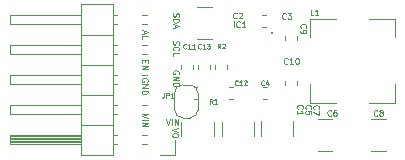
<source format=gbr>
G04 #@! TF.GenerationSoftware,KiCad,Pcbnew,(5.99.0-6495-g15369915cc)*
G04 #@! TF.CreationDate,2020-10-24T17:34:59+02:00*
G04 #@! TF.ProjectId,EVAL-MP8862,4556414c-2d4d-4503-9838-36322e6b6963,1B*
G04 #@! TF.SameCoordinates,Original*
G04 #@! TF.FileFunction,Legend,Top*
G04 #@! TF.FilePolarity,Positive*
%FSLAX46Y46*%
G04 Gerber Fmt 4.6, Leading zero omitted, Abs format (unit mm)*
G04 Created by KiCad (PCBNEW (5.99.0-6495-g15369915cc)) date 2020-10-24 17:34:59*
%MOMM*%
%LPD*%
G01*
G04 APERTURE LIST*
%ADD10C,0.125000*%
%ADD11C,0.100000*%
%ADD12C,0.120000*%
%ADD13C,0.200000*%
G04 APERTURE END LIST*
D10*
X101600000Y-94419047D02*
X101623809Y-94371428D01*
X101623809Y-94300000D01*
X101600000Y-94228571D01*
X101552380Y-94180952D01*
X101504761Y-94157142D01*
X101409523Y-94133333D01*
X101338095Y-94133333D01*
X101242857Y-94157142D01*
X101195238Y-94180952D01*
X101147619Y-94228571D01*
X101123809Y-94300000D01*
X101123809Y-94347619D01*
X101147619Y-94419047D01*
X101171428Y-94442857D01*
X101338095Y-94442857D01*
X101338095Y-94347619D01*
X101123809Y-94657142D02*
X101623809Y-94657142D01*
X101123809Y-94942857D01*
X101623809Y-94942857D01*
X101123809Y-95180952D02*
X101623809Y-95180952D01*
X101623809Y-95300000D01*
X101600000Y-95371428D01*
X101552380Y-95419047D01*
X101504761Y-95442857D01*
X101409523Y-95466666D01*
X101338095Y-95466666D01*
X101242857Y-95442857D01*
X101195238Y-95419047D01*
X101147619Y-95371428D01*
X101123809Y-95300000D01*
X101123809Y-95180952D01*
X101147619Y-89292857D02*
X101123809Y-89364285D01*
X101123809Y-89483333D01*
X101147619Y-89530952D01*
X101171428Y-89554761D01*
X101219047Y-89578571D01*
X101266666Y-89578571D01*
X101314285Y-89554761D01*
X101338095Y-89530952D01*
X101361904Y-89483333D01*
X101385714Y-89388095D01*
X101409523Y-89340476D01*
X101433333Y-89316666D01*
X101480952Y-89292857D01*
X101528571Y-89292857D01*
X101576190Y-89316666D01*
X101600000Y-89340476D01*
X101623809Y-89388095D01*
X101623809Y-89507142D01*
X101600000Y-89578571D01*
X101123809Y-89792857D02*
X101623809Y-89792857D01*
X101623809Y-89911904D01*
X101600000Y-89983333D01*
X101552380Y-90030952D01*
X101504761Y-90054761D01*
X101409523Y-90078571D01*
X101338095Y-90078571D01*
X101242857Y-90054761D01*
X101195238Y-90030952D01*
X101147619Y-89983333D01*
X101123809Y-89911904D01*
X101123809Y-89792857D01*
X101266666Y-90269047D02*
X101266666Y-90507142D01*
X101123809Y-90221428D02*
X101623809Y-90388095D01*
X101123809Y-90554761D01*
X101147619Y-91654761D02*
X101123809Y-91726190D01*
X101123809Y-91845238D01*
X101147619Y-91892857D01*
X101171428Y-91916666D01*
X101219047Y-91940476D01*
X101266666Y-91940476D01*
X101314285Y-91916666D01*
X101338095Y-91892857D01*
X101361904Y-91845238D01*
X101385714Y-91750000D01*
X101409523Y-91702380D01*
X101433333Y-91678571D01*
X101480952Y-91654761D01*
X101528571Y-91654761D01*
X101576190Y-91678571D01*
X101600000Y-91702380D01*
X101623809Y-91750000D01*
X101623809Y-91869047D01*
X101600000Y-91940476D01*
X101171428Y-92440476D02*
X101147619Y-92416666D01*
X101123809Y-92345238D01*
X101123809Y-92297619D01*
X101147619Y-92226190D01*
X101195238Y-92178571D01*
X101242857Y-92154761D01*
X101338095Y-92130952D01*
X101409523Y-92130952D01*
X101504761Y-92154761D01*
X101552380Y-92178571D01*
X101600000Y-92226190D01*
X101623809Y-92297619D01*
X101623809Y-92345238D01*
X101600000Y-92416666D01*
X101576190Y-92440476D01*
X101123809Y-92892857D02*
X101123809Y-92654761D01*
X101623809Y-92654761D01*
X98973809Y-97802380D02*
X98473809Y-97969047D01*
X98973809Y-98135714D01*
X98473809Y-98302380D02*
X98973809Y-98302380D01*
X98473809Y-98540476D02*
X98973809Y-98540476D01*
X98473809Y-98826190D01*
X98973809Y-98826190D01*
X101573809Y-98971428D02*
X101073809Y-99138095D01*
X101573809Y-99304761D01*
X101573809Y-99566666D02*
X101573809Y-99661904D01*
X101550000Y-99709523D01*
X101502380Y-99757142D01*
X101407142Y-99780952D01*
X101240476Y-99780952D01*
X101145238Y-99757142D01*
X101097619Y-99709523D01*
X101073809Y-99661904D01*
X101073809Y-99566666D01*
X101097619Y-99519047D01*
X101145238Y-99471428D01*
X101240476Y-99447619D01*
X101407142Y-99447619D01*
X101502380Y-99471428D01*
X101550000Y-99519047D01*
X101573809Y-99566666D01*
X98735714Y-93280952D02*
X98735714Y-93447619D01*
X98473809Y-93519047D02*
X98473809Y-93280952D01*
X98973809Y-93280952D01*
X98973809Y-93519047D01*
X98473809Y-93733333D02*
X98973809Y-93733333D01*
X98473809Y-94019047D01*
X98973809Y-94019047D01*
X98950000Y-95069047D02*
X98973809Y-95021428D01*
X98973809Y-94950000D01*
X98950000Y-94878571D01*
X98902380Y-94830952D01*
X98854761Y-94807142D01*
X98759523Y-94783333D01*
X98688095Y-94783333D01*
X98592857Y-94807142D01*
X98545238Y-94830952D01*
X98497619Y-94878571D01*
X98473809Y-94950000D01*
X98473809Y-94997619D01*
X98497619Y-95069047D01*
X98521428Y-95092857D01*
X98688095Y-95092857D01*
X98688095Y-94997619D01*
X98473809Y-95307142D02*
X98973809Y-95307142D01*
X98473809Y-95592857D01*
X98973809Y-95592857D01*
X98473809Y-95830952D02*
X98973809Y-95830952D01*
X98973809Y-95950000D01*
X98950000Y-96021428D01*
X98902380Y-96069047D01*
X98854761Y-96092857D01*
X98759523Y-96116666D01*
X98688095Y-96116666D01*
X98592857Y-96092857D01*
X98545238Y-96069047D01*
X98497619Y-96021428D01*
X98473809Y-95950000D01*
X98473809Y-95830952D01*
X100552380Y-98276190D02*
X100719047Y-98776190D01*
X100885714Y-98276190D01*
X101052380Y-98776190D02*
X101052380Y-98276190D01*
X101290476Y-98776190D02*
X101290476Y-98276190D01*
X101576190Y-98776190D01*
X101576190Y-98276190D01*
X98666666Y-90778571D02*
X98666666Y-91016666D01*
X98523809Y-90730952D02*
X99023809Y-90897619D01*
X98523809Y-91064285D01*
X98523809Y-91469047D02*
X98523809Y-91230952D01*
X99023809Y-91230952D01*
D11*
X105133333Y-92263452D02*
X105000000Y-92072976D01*
X104904761Y-92263452D02*
X104904761Y-91863452D01*
X105057142Y-91863452D01*
X105095238Y-91882500D01*
X105114285Y-91901547D01*
X105133333Y-91939642D01*
X105133333Y-91996785D01*
X105114285Y-92034880D01*
X105095238Y-92053928D01*
X105057142Y-92072976D01*
X104904761Y-92072976D01*
X105285714Y-91901547D02*
X105304761Y-91882500D01*
X105342857Y-91863452D01*
X105438095Y-91863452D01*
X105476190Y-91882500D01*
X105495238Y-91901547D01*
X105514285Y-91939642D01*
X105514285Y-91977738D01*
X105495238Y-92034880D01*
X105266666Y-92263452D01*
X105514285Y-92263452D01*
D10*
X111681428Y-97366666D02*
X111657619Y-97342857D01*
X111633809Y-97271428D01*
X111633809Y-97223809D01*
X111657619Y-97152380D01*
X111705238Y-97104761D01*
X111752857Y-97080952D01*
X111848095Y-97057142D01*
X111919523Y-97057142D01*
X112014761Y-97080952D01*
X112062380Y-97104761D01*
X112110000Y-97152380D01*
X112133809Y-97223809D01*
X112133809Y-97271428D01*
X112110000Y-97342857D01*
X112086190Y-97366666D01*
X111633809Y-97842857D02*
X111633809Y-97557142D01*
X111633809Y-97700000D02*
X112133809Y-97700000D01*
X112062380Y-97652380D01*
X112014761Y-97604761D01*
X111990952Y-97557142D01*
D11*
X108833333Y-95342857D02*
X108814285Y-95361904D01*
X108757142Y-95380952D01*
X108719047Y-95380952D01*
X108661904Y-95361904D01*
X108623809Y-95323809D01*
X108604761Y-95285714D01*
X108585714Y-95209523D01*
X108585714Y-95152380D01*
X108604761Y-95076190D01*
X108623809Y-95038095D01*
X108661904Y-95000000D01*
X108719047Y-94980952D01*
X108757142Y-94980952D01*
X108814285Y-95000000D01*
X108833333Y-95019047D01*
X109176190Y-95114285D02*
X109176190Y-95380952D01*
X109080952Y-94961904D02*
X108985714Y-95247619D01*
X109233333Y-95247619D01*
D10*
X112381428Y-97366666D02*
X112357619Y-97342857D01*
X112333809Y-97271428D01*
X112333809Y-97223809D01*
X112357619Y-97152380D01*
X112405238Y-97104761D01*
X112452857Y-97080952D01*
X112548095Y-97057142D01*
X112619523Y-97057142D01*
X112714761Y-97080952D01*
X112762380Y-97104761D01*
X112810000Y-97152380D01*
X112833809Y-97223809D01*
X112833809Y-97271428D01*
X112810000Y-97342857D01*
X112786190Y-97366666D01*
X112833809Y-97819047D02*
X112833809Y-97580952D01*
X112595714Y-97557142D01*
X112619523Y-97580952D01*
X112643333Y-97628571D01*
X112643333Y-97747619D01*
X112619523Y-97795238D01*
X112595714Y-97819047D01*
X112548095Y-97842857D01*
X112429047Y-97842857D01*
X112381428Y-97819047D01*
X112357619Y-97795238D01*
X112333809Y-97747619D01*
X112333809Y-97628571D01*
X112357619Y-97580952D01*
X112381428Y-97557142D01*
X114516666Y-97928571D02*
X114492857Y-97952380D01*
X114421428Y-97976190D01*
X114373809Y-97976190D01*
X114302380Y-97952380D01*
X114254761Y-97904761D01*
X114230952Y-97857142D01*
X114207142Y-97761904D01*
X114207142Y-97690476D01*
X114230952Y-97595238D01*
X114254761Y-97547619D01*
X114302380Y-97500000D01*
X114373809Y-97476190D01*
X114421428Y-97476190D01*
X114492857Y-97500000D01*
X114516666Y-97523809D01*
X114945238Y-97476190D02*
X114850000Y-97476190D01*
X114802380Y-97500000D01*
X114778571Y-97523809D01*
X114730952Y-97595238D01*
X114707142Y-97690476D01*
X114707142Y-97880952D01*
X114730952Y-97928571D01*
X114754761Y-97952380D01*
X114802380Y-97976190D01*
X114897619Y-97976190D01*
X114945238Y-97952380D01*
X114969047Y-97928571D01*
X114992857Y-97880952D01*
X114992857Y-97761904D01*
X114969047Y-97714285D01*
X114945238Y-97690476D01*
X114897619Y-97666666D01*
X114802380Y-97666666D01*
X114754761Y-97690476D01*
X114730952Y-97714285D01*
X114707142Y-97761904D01*
X113071428Y-97386666D02*
X113047619Y-97362857D01*
X113023809Y-97291428D01*
X113023809Y-97243809D01*
X113047619Y-97172380D01*
X113095238Y-97124761D01*
X113142857Y-97100952D01*
X113238095Y-97077142D01*
X113309523Y-97077142D01*
X113404761Y-97100952D01*
X113452380Y-97124761D01*
X113500000Y-97172380D01*
X113523809Y-97243809D01*
X113523809Y-97291428D01*
X113500000Y-97362857D01*
X113476190Y-97386666D01*
X113523809Y-97553333D02*
X113523809Y-97886666D01*
X113023809Y-97672380D01*
X118416666Y-97928571D02*
X118392857Y-97952380D01*
X118321428Y-97976190D01*
X118273809Y-97976190D01*
X118202380Y-97952380D01*
X118154761Y-97904761D01*
X118130952Y-97857142D01*
X118107142Y-97761904D01*
X118107142Y-97690476D01*
X118130952Y-97595238D01*
X118154761Y-97547619D01*
X118202380Y-97500000D01*
X118273809Y-97476190D01*
X118321428Y-97476190D01*
X118392857Y-97500000D01*
X118416666Y-97523809D01*
X118702380Y-97690476D02*
X118654761Y-97666666D01*
X118630952Y-97642857D01*
X118607142Y-97595238D01*
X118607142Y-97571428D01*
X118630952Y-97523809D01*
X118654761Y-97500000D01*
X118702380Y-97476190D01*
X118797619Y-97476190D01*
X118845238Y-97500000D01*
X118869047Y-97523809D01*
X118892857Y-97571428D01*
X118892857Y-97595238D01*
X118869047Y-97642857D01*
X118845238Y-97666666D01*
X118797619Y-97690476D01*
X118702380Y-97690476D01*
X118654761Y-97714285D01*
X118630952Y-97738095D01*
X118607142Y-97785714D01*
X118607142Y-97880952D01*
X118630952Y-97928571D01*
X118654761Y-97952380D01*
X118702380Y-97976190D01*
X118797619Y-97976190D01*
X118845238Y-97952380D01*
X118869047Y-97928571D01*
X118892857Y-97880952D01*
X118892857Y-97785714D01*
X118869047Y-97738095D01*
X118845238Y-97714285D01*
X118797619Y-97690476D01*
D11*
X102242857Y-92242857D02*
X102223809Y-92261904D01*
X102166666Y-92280952D01*
X102128571Y-92280952D01*
X102071428Y-92261904D01*
X102033333Y-92223809D01*
X102014285Y-92185714D01*
X101995238Y-92109523D01*
X101995238Y-92052380D01*
X102014285Y-91976190D01*
X102033333Y-91938095D01*
X102071428Y-91900000D01*
X102128571Y-91880952D01*
X102166666Y-91880952D01*
X102223809Y-91900000D01*
X102242857Y-91919047D01*
X102623809Y-92280952D02*
X102395238Y-92280952D01*
X102509523Y-92280952D02*
X102509523Y-91880952D01*
X102471428Y-91938095D01*
X102433333Y-91976190D01*
X102395238Y-91995238D01*
X103004761Y-92280952D02*
X102776190Y-92280952D01*
X102890476Y-92280952D02*
X102890476Y-91880952D01*
X102852380Y-91938095D01*
X102814285Y-91976190D01*
X102776190Y-91995238D01*
X103492857Y-92242857D02*
X103473809Y-92261904D01*
X103416666Y-92280952D01*
X103378571Y-92280952D01*
X103321428Y-92261904D01*
X103283333Y-92223809D01*
X103264285Y-92185714D01*
X103245238Y-92109523D01*
X103245238Y-92052380D01*
X103264285Y-91976190D01*
X103283333Y-91938095D01*
X103321428Y-91900000D01*
X103378571Y-91880952D01*
X103416666Y-91880952D01*
X103473809Y-91900000D01*
X103492857Y-91919047D01*
X103873809Y-92280952D02*
X103645238Y-92280952D01*
X103759523Y-92280952D02*
X103759523Y-91880952D01*
X103721428Y-91938095D01*
X103683333Y-91976190D01*
X103645238Y-91995238D01*
X104007142Y-91880952D02*
X104254761Y-91880952D01*
X104121428Y-92033333D01*
X104178571Y-92033333D01*
X104216666Y-92052380D01*
X104235714Y-92071428D01*
X104254761Y-92109523D01*
X104254761Y-92204761D01*
X104235714Y-92242857D01*
X104216666Y-92261904D01*
X104178571Y-92280952D01*
X104064285Y-92280952D01*
X104026190Y-92261904D01*
X104007142Y-92242857D01*
X104483333Y-96930952D02*
X104350000Y-96740476D01*
X104254761Y-96930952D02*
X104254761Y-96530952D01*
X104407142Y-96530952D01*
X104445238Y-96550000D01*
X104464285Y-96569047D01*
X104483333Y-96607142D01*
X104483333Y-96664285D01*
X104464285Y-96702380D01*
X104445238Y-96721428D01*
X104407142Y-96740476D01*
X104254761Y-96740476D01*
X104864285Y-96930952D02*
X104635714Y-96930952D01*
X104750000Y-96930952D02*
X104750000Y-96530952D01*
X104711904Y-96588095D01*
X104673809Y-96626190D01*
X104635714Y-96645238D01*
D10*
X106261904Y-90476190D02*
X106261904Y-89976190D01*
X106785714Y-90428571D02*
X106761904Y-90452380D01*
X106690476Y-90476190D01*
X106642857Y-90476190D01*
X106571428Y-90452380D01*
X106523809Y-90404761D01*
X106500000Y-90357142D01*
X106476190Y-90261904D01*
X106476190Y-90190476D01*
X106500000Y-90095238D01*
X106523809Y-90047619D01*
X106571428Y-90000000D01*
X106642857Y-89976190D01*
X106690476Y-89976190D01*
X106761904Y-90000000D01*
X106785714Y-90023809D01*
X107261904Y-90476190D02*
X106976190Y-90476190D01*
X107119047Y-90476190D02*
X107119047Y-89976190D01*
X107071428Y-90047619D01*
X107023809Y-90095238D01*
X106976190Y-90119047D01*
X110666666Y-89728571D02*
X110642857Y-89752380D01*
X110571428Y-89776190D01*
X110523809Y-89776190D01*
X110452380Y-89752380D01*
X110404761Y-89704761D01*
X110380952Y-89657142D01*
X110357142Y-89561904D01*
X110357142Y-89490476D01*
X110380952Y-89395238D01*
X110404761Y-89347619D01*
X110452380Y-89300000D01*
X110523809Y-89276190D01*
X110571428Y-89276190D01*
X110642857Y-89300000D01*
X110666666Y-89323809D01*
X110833333Y-89276190D02*
X111142857Y-89276190D01*
X110976190Y-89466666D01*
X111047619Y-89466666D01*
X111095238Y-89490476D01*
X111119047Y-89514285D01*
X111142857Y-89561904D01*
X111142857Y-89680952D01*
X111119047Y-89728571D01*
X111095238Y-89752380D01*
X111047619Y-89776190D01*
X110904761Y-89776190D01*
X110857142Y-89752380D01*
X110833333Y-89728571D01*
X113016666Y-89476190D02*
X112778571Y-89476190D01*
X112778571Y-88976190D01*
X113445238Y-89476190D02*
X113159523Y-89476190D01*
X113302380Y-89476190D02*
X113302380Y-88976190D01*
X113254761Y-89047619D01*
X113207142Y-89095238D01*
X113159523Y-89119047D01*
X110828571Y-93528571D02*
X110804761Y-93552380D01*
X110733333Y-93576190D01*
X110685714Y-93576190D01*
X110614285Y-93552380D01*
X110566666Y-93504761D01*
X110542857Y-93457142D01*
X110519047Y-93361904D01*
X110519047Y-93290476D01*
X110542857Y-93195238D01*
X110566666Y-93147619D01*
X110614285Y-93100000D01*
X110685714Y-93076190D01*
X110733333Y-93076190D01*
X110804761Y-93100000D01*
X110828571Y-93123809D01*
X111304761Y-93576190D02*
X111019047Y-93576190D01*
X111161904Y-93576190D02*
X111161904Y-93076190D01*
X111114285Y-93147619D01*
X111066666Y-93195238D01*
X111019047Y-93219047D01*
X111614285Y-93076190D02*
X111661904Y-93076190D01*
X111709523Y-93100000D01*
X111733333Y-93123809D01*
X111757142Y-93171428D01*
X111780952Y-93266666D01*
X111780952Y-93385714D01*
X111757142Y-93480952D01*
X111733333Y-93528571D01*
X111709523Y-93552380D01*
X111661904Y-93576190D01*
X111614285Y-93576190D01*
X111566666Y-93552380D01*
X111542857Y-93528571D01*
X111519047Y-93480952D01*
X111495238Y-93385714D01*
X111495238Y-93266666D01*
X111519047Y-93171428D01*
X111542857Y-93123809D01*
X111566666Y-93100000D01*
X111614285Y-93076190D01*
X106516666Y-89678571D02*
X106492857Y-89702380D01*
X106421428Y-89726190D01*
X106373809Y-89726190D01*
X106302380Y-89702380D01*
X106254761Y-89654761D01*
X106230952Y-89607142D01*
X106207142Y-89511904D01*
X106207142Y-89440476D01*
X106230952Y-89345238D01*
X106254761Y-89297619D01*
X106302380Y-89250000D01*
X106373809Y-89226190D01*
X106421428Y-89226190D01*
X106492857Y-89250000D01*
X106516666Y-89273809D01*
X106707142Y-89273809D02*
X106730952Y-89250000D01*
X106778571Y-89226190D01*
X106897619Y-89226190D01*
X106945238Y-89250000D01*
X106969047Y-89273809D01*
X106992857Y-89321428D01*
X106992857Y-89369047D01*
X106969047Y-89440476D01*
X106683333Y-89726190D01*
X106992857Y-89726190D01*
X111971428Y-90516666D02*
X111947619Y-90492857D01*
X111923809Y-90421428D01*
X111923809Y-90373809D01*
X111947619Y-90302380D01*
X111995238Y-90254761D01*
X112042857Y-90230952D01*
X112138095Y-90207142D01*
X112209523Y-90207142D01*
X112304761Y-90230952D01*
X112352380Y-90254761D01*
X112400000Y-90302380D01*
X112423809Y-90373809D01*
X112423809Y-90421428D01*
X112400000Y-90492857D01*
X112376190Y-90516666D01*
X111923809Y-90754761D02*
X111923809Y-90850000D01*
X111947619Y-90897619D01*
X111971428Y-90921428D01*
X112042857Y-90969047D01*
X112138095Y-90992857D01*
X112328571Y-90992857D01*
X112376190Y-90969047D01*
X112400000Y-90945238D01*
X112423809Y-90897619D01*
X112423809Y-90802380D01*
X112400000Y-90754761D01*
X112376190Y-90730952D01*
X112328571Y-90707142D01*
X112209523Y-90707142D01*
X112161904Y-90730952D01*
X112138095Y-90754761D01*
X112114285Y-90802380D01*
X112114285Y-90897619D01*
X112138095Y-90945238D01*
X112161904Y-90969047D01*
X112209523Y-90992857D01*
D11*
X106592857Y-95342857D02*
X106573809Y-95361904D01*
X106516666Y-95380952D01*
X106478571Y-95380952D01*
X106421428Y-95361904D01*
X106383333Y-95323809D01*
X106364285Y-95285714D01*
X106345238Y-95209523D01*
X106345238Y-95152380D01*
X106364285Y-95076190D01*
X106383333Y-95038095D01*
X106421428Y-95000000D01*
X106478571Y-94980952D01*
X106516666Y-94980952D01*
X106573809Y-95000000D01*
X106592857Y-95019047D01*
X106973809Y-95380952D02*
X106745238Y-95380952D01*
X106859523Y-95380952D02*
X106859523Y-94980952D01*
X106821428Y-95038095D01*
X106783333Y-95076190D01*
X106745238Y-95095238D01*
X107126190Y-95019047D02*
X107145238Y-95000000D01*
X107183333Y-94980952D01*
X107278571Y-94980952D01*
X107316666Y-95000000D01*
X107335714Y-95019047D01*
X107354761Y-95057142D01*
X107354761Y-95095238D01*
X107335714Y-95152380D01*
X107107142Y-95380952D01*
X107354761Y-95380952D01*
X100366666Y-96030952D02*
X100366666Y-96316666D01*
X100347619Y-96373809D01*
X100309523Y-96411904D01*
X100252380Y-96430952D01*
X100214285Y-96430952D01*
X100557142Y-96430952D02*
X100557142Y-96030952D01*
X100709523Y-96030952D01*
X100747619Y-96050000D01*
X100766666Y-96069047D01*
X100785714Y-96107142D01*
X100785714Y-96164285D01*
X100766666Y-96202380D01*
X100747619Y-96221428D01*
X100709523Y-96240476D01*
X100557142Y-96240476D01*
X101166666Y-96430952D02*
X100938095Y-96430952D01*
X101052380Y-96430952D02*
X101052380Y-96030952D01*
X101014285Y-96088095D01*
X100976190Y-96126190D01*
X100938095Y-96145238D01*
D12*
X105740000Y-93669721D02*
X105740000Y-93995279D01*
X104720000Y-93669721D02*
X104720000Y-93995279D01*
X101840000Y-98457936D02*
X101840000Y-99662064D01*
X104560000Y-98457936D02*
X104560000Y-99662064D01*
X109100279Y-96540000D02*
X108774721Y-96540000D01*
X109100279Y-95520000D02*
X108774721Y-95520000D01*
X108000000Y-99662064D02*
X108000000Y-98457936D01*
X105280000Y-99662064D02*
X105280000Y-98457936D01*
X114577064Y-100935000D02*
X113372936Y-100935000D01*
X114577064Y-98215000D02*
X113372936Y-98215000D01*
X108590000Y-98447936D02*
X108590000Y-99652064D01*
X111310000Y-98447936D02*
X111310000Y-99652064D01*
X117922936Y-100935000D02*
X119127064Y-100935000D01*
X117922936Y-98215000D02*
X119127064Y-98215000D01*
X101770000Y-93995279D02*
X101770000Y-93669721D01*
X102790000Y-93995279D02*
X102790000Y-93669721D01*
X104260000Y-93995279D02*
X104260000Y-93669721D01*
X103240000Y-93995279D02*
X103240000Y-93669721D01*
X103195279Y-96540000D02*
X102869721Y-96540000D01*
X103195279Y-95520000D02*
X102869721Y-95520000D01*
D13*
X109490000Y-90900000D02*
X109490000Y-90900000D01*
X109490000Y-91000000D02*
X109490000Y-91000000D01*
X109490000Y-90900000D02*
X109490000Y-90900000D01*
X109490000Y-91000000D02*
G75*
G02*
X109490000Y-90900000I0J50000D01*
G01*
X109490000Y-91000000D02*
G75*
G02*
X109490000Y-90900000I0J50000D01*
G01*
X109490000Y-90900000D02*
G75*
G02*
X109490000Y-91000000I0J-50000D01*
G01*
D12*
X108982779Y-90440000D02*
X108657221Y-90440000D01*
X108982779Y-89420000D02*
X108657221Y-89420000D01*
D11*
X112750000Y-95300000D02*
X112750000Y-96858000D01*
X119950000Y-89741000D02*
X117750000Y-89741000D01*
X112750000Y-96858000D02*
X114950000Y-96858000D01*
X112743000Y-91300000D02*
X112750000Y-89741000D01*
X119957000Y-96858000D02*
X119957000Y-95300000D01*
X119957000Y-91300000D02*
X119950000Y-89741000D01*
X117750000Y-96858000D02*
X119957000Y-96858000D01*
X112750000Y-89741000D02*
X114950000Y-89741000D01*
D12*
X110590000Y-95049721D02*
X110590000Y-95375279D01*
X111610000Y-95049721D02*
X111610000Y-95375279D01*
X104402064Y-88740000D02*
X103197936Y-88740000D01*
X104402064Y-91460000D02*
X103197936Y-91460000D01*
X110640000Y-91550279D02*
X110640000Y-91224721D01*
X111660000Y-91550279D02*
X111660000Y-91224721D01*
X93360000Y-99720000D02*
X87360000Y-99720000D01*
X96020000Y-88510000D02*
X93360000Y-88510000D01*
X87360000Y-92760000D02*
X87360000Y-92000000D01*
X96020000Y-98730000D02*
X93360000Y-98730000D01*
X93360000Y-92760000D02*
X87360000Y-92760000D01*
X98890000Y-99620000D02*
X98502929Y-99620000D01*
X96020000Y-91110000D02*
X93360000Y-91110000D01*
X93360000Y-99960000D02*
X87360000Y-99960000D01*
X96417071Y-99620000D02*
X96020000Y-99620000D01*
X93360000Y-97840000D02*
X87360000Y-97840000D01*
X98957071Y-97080000D02*
X98502929Y-97080000D01*
X96020000Y-93650000D02*
X93360000Y-93650000D01*
X87360000Y-97080000D02*
X93360000Y-97080000D01*
X87360000Y-95300000D02*
X87360000Y-94540000D01*
X98957071Y-92000000D02*
X98502929Y-92000000D01*
X101270000Y-100000000D02*
X101270000Y-101270000D01*
X93360000Y-95300000D02*
X87360000Y-95300000D01*
X96417071Y-92760000D02*
X96020000Y-92760000D01*
X87360000Y-92000000D02*
X93360000Y-92000000D01*
X96417071Y-95300000D02*
X96020000Y-95300000D01*
X93360000Y-90220000D02*
X87360000Y-90220000D01*
X93360000Y-88510000D02*
X93360000Y-101330000D01*
X96417071Y-90220000D02*
X96020000Y-90220000D01*
X101270000Y-101270000D02*
X100000000Y-101270000D01*
X98957071Y-95300000D02*
X98502929Y-95300000D01*
X93360000Y-99840000D02*
X87360000Y-99840000D01*
X96020000Y-96190000D02*
X93360000Y-96190000D01*
X87360000Y-90220000D02*
X87360000Y-89460000D01*
X87360000Y-94540000D02*
X93360000Y-94540000D01*
X96417071Y-97080000D02*
X96020000Y-97080000D01*
X96417071Y-100380000D02*
X96020000Y-100380000D01*
X93360000Y-100320000D02*
X87360000Y-100320000D01*
X93360000Y-101330000D02*
X96020000Y-101330000D01*
X87360000Y-100380000D02*
X87360000Y-99620000D01*
X93360000Y-100200000D02*
X87360000Y-100200000D01*
X98957071Y-89460000D02*
X98502929Y-89460000D01*
X98957071Y-94540000D02*
X98502929Y-94540000D01*
X93360000Y-100380000D02*
X87360000Y-100380000D01*
X96417071Y-94540000D02*
X96020000Y-94540000D01*
X98890000Y-100380000D02*
X98502929Y-100380000D01*
X87360000Y-89460000D02*
X93360000Y-89460000D01*
X87360000Y-99620000D02*
X93360000Y-99620000D01*
X98957071Y-97840000D02*
X98502929Y-97840000D01*
X96417071Y-92000000D02*
X96020000Y-92000000D01*
X98957071Y-90220000D02*
X98502929Y-90220000D01*
X98957071Y-92760000D02*
X98502929Y-92760000D01*
X96417071Y-97840000D02*
X96020000Y-97840000D01*
X93360000Y-100080000D02*
X87360000Y-100080000D01*
X87360000Y-97840000D02*
X87360000Y-97080000D01*
X96417071Y-89460000D02*
X96020000Y-89460000D01*
X96020000Y-101330000D02*
X96020000Y-88510000D01*
X106172779Y-96540000D02*
X105847221Y-96540000D01*
X106172779Y-95520000D02*
X105847221Y-95520000D01*
X103250000Y-96050000D02*
X103250000Y-97450000D01*
X102550000Y-98150000D02*
X101950000Y-98150000D01*
X101950000Y-95350000D02*
X102550000Y-95350000D01*
X101250000Y-97450000D02*
X101250000Y-96050000D01*
X102550000Y-95350000D02*
G75*
G02*
X103250000Y-96050000I0J-700000D01*
G01*
X103250000Y-97450000D02*
G75*
G02*
X102550000Y-98150000I-700000J0D01*
G01*
X101950000Y-98150000D02*
G75*
G02*
X101250000Y-97450000I0J700000D01*
G01*
X101250000Y-96050000D02*
G75*
G02*
X101950000Y-95350000I700000J0D01*
G01*
M02*

</source>
